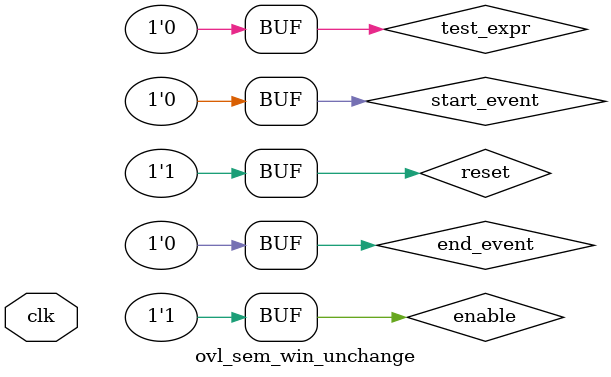
<source format=sv>
module ovl_sem_win_unchange(input logic clk);
  logic reset = 1'b1;
  logic enable = 1'b1;
`ifdef FAIL
  logic start_event = 1'b1;
`else
  logic start_event = 1'b0;
`endif
  logic end_event = 1'b0;
  logic test_expr = 1'b0;
  logic [2:0] cycles = 3'd0;

  always_ff @(posedge clk) begin
    cycles <= cycles + 3'd1;
`ifdef FAIL
    if (cycles == 3'd1)
      test_expr <= 1'b1;
`endif
  end

  ovl_win_unchange #(.width(1)) dut (
      .clock(clk),
      .reset(reset),
      .enable(enable),
      .start_event(start_event),
      .test_expr(test_expr),
      .end_event(end_event),
      .fire());
endmodule

</source>
